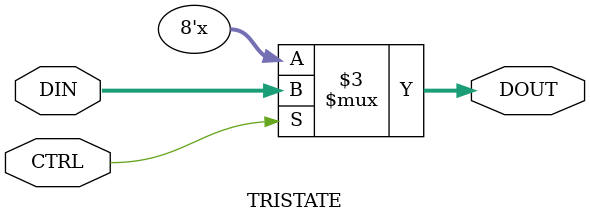
<source format=sv>
/***************************************************************************
ECE 526/L
Experiment 10: RISC-Y
Developer: Joel Bailey
****************************************************************************
File Name: TRISTATE.sv
Date Created: 20201130
Date Last Modified: 20201203
 
Module Purpose: Scalable Tristate Buffer
***************************************************************************/

`timescale 1 ns / 100 ps

module TRISTATE(DIN, CTRL, DOUT);
parameter WIDTH = 8;

input [WIDTH - 1 : 0] DIN;
input CTRL;
output reg [WIDTH - 1 : 0] DOUT;

    always_comb begin
        if (CTRL)
            DOUT = DIN;
        else
            DOUT = {WIDTH{1'bz}}; 
    end

endmodule

</source>
